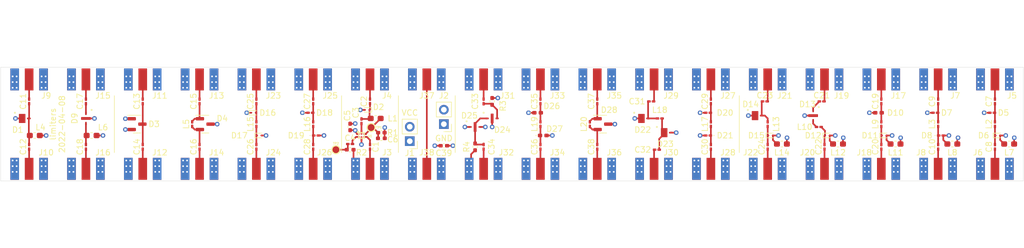
<source format=kicad_pcb>
(kicad_pcb (version 20221018) (generator pcbnew)
  (layers (0 "F.Cu" signal) (1 "In1.Cu" signal) (2 "In2.Cu" signal) (31 "B.Cu" signal) (34 "B.Paste" user) (35 "F.Paste" user) (36 "B.SilkS" user "B.Silkscreen") (37 "F.SilkS" user "F.Silkscreen") (38 "B.Mask" user) (39 "F.Mask" user) (44 "Edge.Cuts" user))
  (net 0 "")
  (net 1 "Net-(C1-Pad2)")
  (net 2 "Net-(C1-Pad1)")
  (net 3 "Net-(C2-Pad2)")
  (net 4 "Net-(C2-Pad1)")
  (net 5 "Net-(C3-Pad1)")
  (net 6 "Net-(C4-Pad2)")
  (net 7 "Net-(C4-Pad1)")
  (net 8 "VCC")
  (net 9 "GND")
  (net 10 "Net-(C6-Pad1)")
  (net 11 "Net-(C7-Pad2)")
  (net 12 "Net-(C7-Pad1)")
  (net 13 "Net-(C8-Pad2)")
  (net 14 "Net-(C8-Pad1)")
  (net 15 "Net-(C9-Pad2)")
  (net 16 "Net-(C9-Pad1)")
  (net 17 "Net-(C10-Pad2)")
  (net 18 "Net-(C10-Pad1)")
  (net 19 "Net-(C11-Pad2)")
  (net 20 "Net-(C11-Pad1)")
  (net 21 "Net-(C12-Pad1)")
  (net 22 "Net-(C13-Pad2)")
  (net 23 "Net-(C13-Pad1)")
  (net 24 "Net-(C14-Pad1)")
  (net 25 "Net-(C15-Pad2)")
  (net 26 "Net-(C15-Pad1)")
  (net 27 "Net-(C16-Pad2)")
  (net 28 "Net-(C16-Pad1)")
  (net 29 "Net-(C17-Pad2)")
  (net 30 "Net-(C17-Pad1)")
  (net 31 "Net-(C18-Pad2)")
  (net 32 "Net-(C18-Pad1)")
  (net 33 "Net-(C19-Pad2)")
  (net 34 "Net-(C19-Pad1)")
  (net 35 "Net-(C20-Pad2)")
  (net 36 "Net-(C20-Pad1)")
  (net 37 "Net-(C21-Pad2)")
  (net 38 "Net-(C21-Pad1)")
  (net 39 "Net-(C22-Pad2)")
  (net 40 "Net-(C22-Pad1)")
  (net 41 "Net-(C23-Pad2)")
  (net 42 "Net-(C23-Pad1)")
  (net 43 "Net-(C24-Pad2)")
  (net 44 "Net-(C24-Pad1)")
  (net 45 "Net-(C25-Pad2)")
  (net 46 "Net-(C25-Pad1)")
  (net 47 "Net-(C26-Pad2)")
  (net 48 "Net-(C26-Pad1)")
  (net 49 "Net-(C27-Pad2)")
  (net 50 "Net-(C27-Pad1)")
  (net 51 "Net-(C28-Pad2)")
  (net 52 "Net-(C28-Pad1)")
  (net 53 "Net-(C29-Pad2)")
  (net 54 "Net-(C29-Pad1)")
  (net 55 "Net-(C30-Pad2)")
  (net 56 "Net-(C30-Pad1)")
  (net 57 "Net-(C31-Pad2)")
  (net 58 "Net-(C31-Pad1)")
  (net 59 "Net-(C32-Pad2)")
  (net 60 "Net-(C32-Pad1)")
  (net 61 "Net-(C33-Pad2)")
  (net 62 "Net-(C33-Pad1)")
  (net 63 "Net-(C34-Pad2)")
  (net 64 "Net-(C34-Pad1)")
  (net 65 "Net-(C35-Pad2)")
  (net 66 "Net-(C35-Pad1)")
  (net 67 "Net-(C36-Pad2)")
  (net 68 "Net-(C36-Pad1)")
  (net 69 "Net-(C37-Pad2)")
  (net 70 "Net-(C37-Pad1)")
  (net 71 "Net-(C38-Pad2)")
  (net 72 "Net-(C38-Pad1)")
  (net 73 "Net-(D13-Pad3)")
  (net 74 "Net-(J37-Pad1)")
  (footprint "Capacitor_SMD:C_0201_0603Metric_Pad0.64x0.40mm_HandSolder" (layer "F.Cu") (at 108.5 109.5 90)
    (fp_text reference "C3")
    (fp_text value "220 nF")
  )
  (footprint "Capacitor_SMD:C_0201_0603Metric_Pad0.64x0.40mm_HandSolder" (layer "F.Cu") (at 106.5 113.5)
    (fp_text reference "C4")
    (fp_text value "220 nF")
  )
  (footprint "Capacitor_SMD:C_0402_1005Metric_Pad0.74x0.62mm_HandSolder" (layer "F.Cu") (at 106.5 110.5 -90)
    (fp_text reference "C5")
    (fp_text value "10 nF")
  )
  (footprint "Capacitor_SMD:C_0402_1005Metric_Pad0.74x0.62mm_HandSolder" (layer "F.Cu") (at 112 111.5)
    (fp_text reference "C6")
    (fp_text value "C")
  )
  (footprint "Capacitor_SMD:C_0201_0603Metric_Pad0.64x0.40mm_HandSolder" (layer "F.Cu") (at 220 106 90)
    (fp_text reference "C7")
    (fp_text value "220 nF")
  )
  (footprint "Capacitor_SMD:C_0201_0603Metric_Pad0.64x0.40mm_HandSolder" (layer "F.Cu") (at 220 114 90)
    (fp_text reference "C8")
    (fp_text value "220 nF")
  )
  (footprint "Capacitor_SMD:C_0201_0603Metric_Pad0.64x0.40mm_HandSolder" (layer "F.Cu") (at 210 106 90)
    (fp_text reference "C9")
    (fp_text value "220 nF")
  )
  (footprint "Capacitor_SMD:C_0201_0603Metric_Pad0.64x0.40mm_HandSolder" (layer "F.Cu") (at 210 114 90)
    (fp_text reference "C10")
    (fp_text value "220 nF")
  )
  (footprint "Capacitor_SMD:C_0201_0603Metric_Pad0.64x0.40mm_HandSolder" (layer "F.Cu") (at 50 114 90)
    (fp_text reference "C12")
    (fp_text value "220 nF")
  )
  (footprint "Capacitor_SMD:C_0201_0603Metric_Pad0.64x0.40mm_HandSolder" (layer "F.Cu") (at 70 106 90)
    (fp_text reference "C13")
    (fp_text value "220 nF")
  )
  (footprint "Capacitor_SMD:C_0201_0603Metric_Pad0.64x0.40mm_HandSolder" (layer "F.Cu") (at 70 114 90)
    (fp_text reference "C14")
    (fp_text value "220 nF")
  )
  (footprint "Capacitor_SMD:C_0201_0603Metric_Pad0.64x0.40mm_HandSolder" (layer "F.Cu") (at 80 106 90)
    (fp_text reference "C15")
    (fp_text value "220 nF")
  )
  (footprint "Capacitor_SMD:C_0201_0603Metric_Pad0.64x0.40mm_HandSolder" (layer "F.Cu") (at 80 114 90)
    (fp_text reference "C16")
    (fp_text value "220 nF")
  )
  (footprint "Capacitor_SMD:C_0201_0603Metric_Pad0.64x0.40mm_HandSolder" (layer "F.Cu") (at 60 106 90)
    (fp_text reference "C17")
    (fp_text value "220 nF")
  )
  (footprint "Capacitor_SMD:C_0201_0603Metric_Pad0.64x0.40mm_HandSolder" (layer "F.Cu") (at 60 114 90)
    (fp_text reference "C18")
    (fp_text value "220 nF")
  )
  (footprint "Capacitor_SMD:C_0201_0603Metric_Pad0.64x0.40mm_HandSolder" (layer "F.Cu") (at 200 106 90)
    (fp_text reference "C19")
    (fp_text value "220 nF")
  )
  (footprint "Capacitor_SMD:C_0201_0603Metric_Pad0.64x0.40mm_HandSolder" (layer "F.Cu") (at 200 114 90)
    (fp_text reference "C20")
    (fp_text value "220 nF")
  )
  (footprint "Capacitor_SMD:C_0201_0603Metric_Pad0.64x0.40mm_HandSolder" (layer "F.Cu") (at 189.5 106)
    (fp_text reference "C21")
    (fp_text value "220 nF")
  )
  (footprint "Capacitor_SMD:C_0201_0603Metric_Pad0.64x0.40mm_HandSolder" (layer "F.Cu") (at 190 114 90)
    (fp_text reference "C22")
    (fp_text value "220 nF")
  )
  (footprint "Capacitor_SMD:C_0201_0603Metric_Pad0.64x0.40mm_HandSolder" (layer "F.Cu") (at 179.5 106)
    (fp_text reference "C23")
    (fp_text value "220 nF")
  )
  (footprint "Capacitor_SMD:C_0201_0603Metric_Pad0.64x0.40mm_HandSolder" (layer "F.Cu") (at 180 114 90)
    (fp_text reference "C24")
    (fp_text value "220 nF")
  )
  (footprint "Capacitor_SMD:C_0201_0603Metric_Pad0.64x0.40mm_HandSolder" (layer "F.Cu") (at 90 106 90)
    (fp_text reference "C25")
    (fp_text value "220 nF")
  )
  (footprint "Capacitor_SMD:C_0201_0603Metric_Pad0.64x0.40mm_HandSolder" (layer "F.Cu") (at 90 114 90)
    (fp_text reference "C26")
    (fp_text value "220 nF")
  )
  (footprint "Capacitor_SMD:C_0201_0603Metric_Pad0.64x0.40mm_HandSolder" (layer "F.Cu") (at 100 106 90)
    (fp_text reference "C27")
    (fp_text value "220 nF")
  )
  (footprint "Capacitor_SMD:C_0201_0603Metric_Pad0.64x0.40mm_HandSolder" (layer "F.Cu") (at 100 114 90)
    (fp_text reference "C28")
    (fp_text value "220 nF")
  )
  (footprint "Capacitor_SMD:C_0201_0603Metric_Pad0.64x0.40mm_HandSolder" (layer "F.Cu") (at 170 106 90)
    (fp_text reference "C29")
    (fp_text value "220 nF")
  )
  (footprint "Capacitor_SMD:C_0201_0603Metric_Pad0.64x0.40mm_HandSolder" (layer "F.Cu") (at 170 114 90)
    (fp_text reference "C30")
    (fp_text value "220 nF")
  )
  (footprint "Capacitor_SMD:C_0201_0603Metric_Pad0.64x0.40mm_HandSolder" (layer "F.Cu") (at 160.5 114.5)
    (fp_text reference "C32")
    (fp_text value "220 nF")
  )
  (footprint "Capacitor_SMD:C_0201_0603Metric_Pad0.64x0.40mm_HandSolder" (layer "F.Cu") (at 130 106 90)
    (fp_text reference "C33")
    (fp_text value "220 nF")
  )
  (footprint "Capacitor_SMD:C_0201_0603Metric_Pad0.64x0.40mm_HandSolder" (layer "F.Cu") (at 140 106 90)
    (fp_text reference "C35")
    (fp_text value "220 nF")
  )
  (footprint "Capacitor_SMD:C_0201_0603Metric_Pad0.64x0.40mm_HandSolder" (layer "F.Cu") (at 140 114 90)
    (fp_text reference "C36")
    (fp_text value "220 nF")
  )
  (footprint "Capacitor_SMD:C_0201_0603Metric_Pad0.64x0.40mm_HandSolder" (layer "F.Cu") (at 150 106 90)
    (fp_text reference "C37")
    (fp_text value "220 nF")
  )
  (footprint "Capacitor_SMD:C_0201_0603Metric_Pad0.64x0.40mm_HandSolder" (layer "F.Cu") (at 150 114 90)
    (fp_text reference "C38")
    (fp_text value "220 nF")
  )
  (footprint "limiters:SMP1345-087LF" (layer "F.Cu") (at 49 109)
    (fp_text reference "D1")
    (fp_text value "D")
  )
  (footprint "Diode_SMD:D_SOD-923" (layer "F.Cu") (at 109.5 107.5 180)
    (fp_text reference "D2")
    (fp_text value "D_Schottky")
  )
  (footprint "Package_TO_SOT_SMD:SOT-23" (layer "F.Cu") (at 69 110)
    (fp_text reference "D3")
    (fp_text value "D_Schottky_Dual_Series_AKC")
  )
  (footprint "Diode_SMD:D_0201_0603Metric_Pad0.64x0.40mm_HandSolder" (layer "F.Cu") (at 219.5 108)
    (fp_text reference "D5")
    (fp_text value "D")
  )
  (footprint "Diode_SMD:D_SOD-923" (layer "F.Cu") (at 220.5 112)
    (fp_text reference "D6")
    (fp_text value "D_Schottky")
  )
  (footprint "Diode_SMD:D_0201_0603Metric_Pad0.64x0.40mm_HandSolder" (layer "F.Cu") (at 209.5 108)
    (fp_text reference "D7")
    (fp_text value "D")
  )
  (footprint "limiters:SMP1304-085LF" (layer "F.Cu") (at 60 109 -90)
    (fp_text reference "D9")
    (fp_text value "D_AKA")
  )
  (footprint "Diode_SMD:D_0402_1005Metric_Pad0.77x0.64mm_HandSolder" (layer "F.Cu") (at 199.5 108)
    (fp_text reference "D10")
    (fp_text value "D")
  )
  (footprint "Diode_SMD:D_SOD-923" (layer "F.Cu") (at 200.5 112)
    (fp_text reference "D11")
    (fp_text value "D_Schottky")
  )
  (footprint "Diode_SMD:D_SOD-923" (layer "F.Cu") (at 190.5 112)
    (fp_text reference "D12")
    (fp_text value "D_Schottky")
  )
  (footprint "limiters:SMP1345-087LF" (layer "F.Cu") (at 178 108.5)
    (fp_text reference "D14")
    (fp_text value "D")
  )
  (footprint "Diode_SMD:D_SOD-923" (layer "F.Cu") (at 180.5 112)
    (fp_text reference "D15")
    (fp_text value "D_Schottky")
  )
  (footprint "Diode_SMD:D_SOD-923" (layer "F.Cu") (at 89.5 108)
    (fp_text reference "D16")
    (fp_text value "D_Schottky")
  )
  (footprint "Diode_SMD:D_0201_0603Metric_Pad0.64x0.40mm_HandSolder" (layer "F.Cu") (at 100.5 112)
    (fp_text reference "D19")
    (fp_text value "D_Schottky")
  )
  (footprint "limiters:SMP1345-087LF" (layer "F.Cu") (at 162 111.5)
    (fp_text reference "D23")
    (fp_text value "D")
  )
  (footprint "Diode_SMD:D_0402_1005Metric_Pad0.77x0.64mm_HandSolder" (layer "F.Cu") (at 139.5 108)
    (fp_text reference "D26")
    (fp_text value "D")
  )
  (footprint "Diode_SMD:D_0402_1005Metric_Pad0.77x0.64mm_HandSolder" (layer "F.Cu") (at 140.5 112)
    (fp_text reference "D27")
    (fp_text value "D")
  )
  (footprint "Package_TO_SOT_SMD:SOT-23" (layer "F.Cu") (at 151 110)
    (fp_text reference "D28")
    (fp_text value "D_Dual_Series_AKC")
  )
  (footprint "limiters:SMA-EDGE" (layer "F.Cu") (at 110 120 90)
    (fp_text reference "J3")
    (fp_text value "Conn_Coaxial")
  )
  (footprint "limiters:SMA-EDGE" (layer "F.Cu") (at 220 100 -90)
    (fp_text reference "J5")
    (fp_text value "Conn_Coaxial")
  )
  (footprint "limiters:SMA-EDGE" (layer "F.Cu") (at 220 120 90)
    (fp_text reference "J6")
    (fp_text value "Conn_Coaxial")
  )
  (footprint "limiters:SMA-EDGE" (layer "F.Cu") (at 210 100 -90)
    (fp_text reference "J7")
    (fp_text value "Conn_Coaxial")
  )
  (footprint "limiters:SMA-EDGE" (layer "F.Cu") (at 210 120 90)
    (fp_text reference "J8")
    (fp_text value "Conn_Coaxial")
  )
  (footprint "limiters:SMA-EDGE" (layer "F.Cu") (at 50 100 -90)
    (fp_text reference "J9")
    (fp_text value "Conn_Coaxial")
  )
  (footprint "limiters:SMA-EDGE" (layer "F.Cu") (at 50 120 90)
    (fp_text reference "J10")
    (fp_text value "Conn_Coaxial")
  )
  (footprint "limiters:SMA-EDGE" (layer "F.Cu") (at 70 100 -90)
    (fp_text reference "J11")
    (fp_text value "Conn_Coaxial")
  )
  (footprint "limiters:SMA-EDGE" (layer "F.Cu") (at 70 120 90)
    (fp_text reference "J12")
    (fp_text value "Conn_Coaxial")
  )
  (footprint "limiters:SMA-EDGE" (layer "F.Cu") (at 80 100 -90)
    (fp_text reference "J13")
    (fp_text value "Conn_Coaxial")
  )
  (footprint "limiters:SMA-EDGE" (layer "F.Cu") (at 80 120 90)
    (fp_text reference "J14")
    (fp_text value "Conn_Coaxial")
  )
  (footprint "limiters:SMA-EDGE" (layer "F.Cu") (at 60 100 -90)
    (fp_text reference "J15")
    (fp_text value "Conn_Coaxial")
  )
  (footprint "limiters:SMA-EDGE" (layer "F.Cu") (at 60 120 90)
    (fp_text reference "J16")
    (fp_text value "Conn_Coaxial")
  )
  (footprint "limiters:SMA-EDGE" (layer "F.Cu") (at 200 100 -90)
    (fp_text reference "J17")
    (fp_text value "Conn_Coaxial")
  )
  (footprint "limiters:SMA-EDGE" (layer "F.Cu") (at 200 120 90)
    (fp_text reference "J18")
    (fp_text value "Conn_Coaxial")
  )
  (footprint "limiters:SMA-EDGE" (layer "F.Cu") (at 190 100 -90)
    (fp_text reference "J19")
    (fp_text value "Conn_Coaxial")
  )
  (footprint "limiters:SMA-EDGE" (layer "F.Cu") (at 190 120 90)
    (fp_text reference "J20")
    (fp_text value "Conn_Coaxial")
  )
  (footprint "limiters:SMA-EDGE" (layer "F.Cu") (at 180 100 -90)
    (fp_text reference "J21")
    (fp_text value "Conn_Coaxial")
  )
  (footprint "limiters:SMA-EDGE" (layer "F.Cu") (at 180 120 90)
    (fp_text reference "J22")
    (fp_text value "Conn_Coaxial")
  )
  (footprint "limiters:SMA-EDGE" (layer "F.Cu") (at 90 100 -90)
    (fp_text reference "J23")
    (fp_text value "Conn_Coaxial")
  )
  (footprint "limiters:SMA-EDGE" (layer "F.Cu") (at 90 120 90)
    (fp_text reference "J24")
    (fp_text value "Conn_Coaxial")
  )
  (footprint "limiters:SMA-EDGE" (layer "F.Cu") (at 100 100 -90)
    (fp_text reference "J25")
    (fp_text value "Conn_Coaxial")
  )
  (footprint "limiters:SMA-EDGE" (layer "F.Cu") (at 100 120 90)
    (fp_text reference "J26")
    (fp_text value "Conn_Coaxial")
  )
  (footprint "limiters:SMA-EDGE" (layer "F.Cu") (at 170 100 -90)
    (fp_text reference "J27")
    (fp_text value "Conn_Coaxial")
  )
  (footprint "limiters:SMA-EDGE" (layer "F.Cu") (at 170 120 90)
    (fp_text reference "J28")
    (fp_text value "Conn_Coaxial")
  )
  (footprint "limiters:SMA-EDGE" (layer "F.Cu") (at 160 100 -90)
    (fp_text reference "J29")
    (fp_text value "Conn_Coaxial")
  )
  (footprint "limiters:SMA-EDGE" (layer "F.Cu") (at 160 120 90)
    (fp_text reference "J30")
    (fp_text value "Conn_Coaxial")
  )
  (footprint "limiters:SMA-EDGE" (layer "F.Cu") (at 130 100 -90)
    (fp_text reference "J31")
    (fp_text value "Conn_Coaxial")
  )
  (footprint "limiters:SMA-EDGE" (layer "F.Cu") (at 130 120 90)
    (fp_text reference "J32")
    (fp_text value "Conn_Coaxial")
  )
  (footprint "limiters:SMA-EDGE" (layer "F.Cu") (at 140 120 90)
    (fp_text reference "J34")
    (fp_text value "Conn_Coaxial")
  )
  (footprint "limiters:SMA-EDGE" (layer "F.Cu") (at 150 100 -90)
    (fp_text reference "J35")
    (fp_text value "Conn_Coaxial")
  )
  (footprint "limiters:SMA-EDGE" (layer "F.Cu") (at 150 120 90)
    (fp_text reference "J36")
    (fp_text value "Conn_Coaxial")
  )
  (footprint "limiters:SMA-EDGE" (layer "F.Cu") (at 120 100 -90)
    (fp_text reference "J37")
    (fp_text value "Conn_Coaxial")
  )
  (footprint "Inductor_SMD:L_0201_0603Metric_Pad0.64x0.40mm_HandSolder" (layer "F.Cu") (at 220 110 90)
    (fp_text reference "L2")
    (fp_text value "0.4 nH")
  )
  (footprint "Inductor_SMD:L_0201_0603Metric_Pad0.64x0.40mm_HandSolder" (layer "F.Cu") (at 210 110 90)
    (fp_text reference "L3")
    (fp_text value "1.0 nH")
  )
  (footprint "Inductor_SMD:L_0603_1608Metric_Pad1.05x0.95mm_HandSolder" (layer "F.Cu") (at 51 112)
    (fp_text reference "L4")
    (fp_text value "L")
  )
  (footprint "Inductor_SMD:L_0603_1608Metric_Pad1.05x0.95mm_HandSolder" (layer "F.Cu") (at 222.5 113.5)
    (fp_text reference "L7")
    (fp_text value "L")
  )
  (footprint "Inductor_SMD:L_0603_1608Metric_Pad1.05x0.95mm_HandSolder" (layer "F.Cu") (at 212.5 113.5)
    (fp_text reference "L8")
    (fp_text value "L")
  )
  (footprint "Inductor_SMD:L_0201_0603Metric_Pad0.64x0.40mm_HandSolder" (layer "F.Cu") (at 200 110 90)
    (fp_text reference "L9")
    (fp_text value "0.4 nH")
  )
  (footprint "Inductor_SMD:L_0603_1608Metric_Pad1.05x0.95mm_HandSolder" (layer "F.Cu") (at 202.5 113.5)
    (fp_text reference "L11")
    (fp_text value "L")
  )
  (footprint "Inductor_SMD:L_0603_1608Metric_Pad1.05x0.95mm_HandSolder" (layer "F.Cu") (at 192.375 113.5)
    (fp_text reference "L12")
    (fp_text value "L")
  )
  (footprint "Inductor_SMD:L_0201_0603Metric_Pad0.64x0.40mm_HandSolder" (layer "F.Cu") (at 180 110 90)
    (fp_text reference "L13")
    (fp_text value "0.4 nH")
  )
  (footprint "Inductor_SMD:L_0603_1608Metric_Pad1.05x0.95mm_HandSolder" (layer "F.Cu") (at 182.5 113.5)
    (fp_text reference "L14")
    (fp_text value "L")
  )
  (footprint "Inductor_SMD:L_0201_0603Metric_Pad0.64x0.40mm_HandSolder" (layer "F.Cu") (at 140 110 90)
    (fp_text reference "L19")
    (fp_text value "1.4 nH")
  )
  (footprint "Resistor_SMD:R_0402_1005Metric_Pad0.72x0.64mm_HandSolder" (layer "F.Cu") (at 106.5 114.5)
    (fp_text reference "R2")
    (fp_text value "50")
  )
  (footprint "Resistor_SMD:R_0402_1005Metric_Pad0.72x0.64mm_HandSolder" (layer "F.Cu") (at 131.5 106 -90)
    (fp_text reference "R3")
    (fp_text value "10k")
  )
  (footprint "gsg-modules:TESTPOINT-50MIL" (layer "F.Cu") (at 110.2 110.6)
    (fp_text reference "TP1")
    (fp_text value "TestPoint" hide)
  )
  (footprint "gsg-modules:TESTPOINT-50MIL" (layer "F.Cu") (at 104 114.5)
    (fp_text reference "TP2")
    (fp_text value "TestPoint" hide)
  )
  (footprint "Diode_SMD:D_0201_0603Metric_Pad0.64x0.40mm_HandSolder" (layer "F.Cu") (at 169.5 112 180)
    (fp_text reference "D21")
    (fp_text value "D")
  )
  (footprint "Capacitor_SMD:C_0201_0603Metric_Pad0.64x0.40mm_HandSolder" (layer "F.Cu") (at 50 106 90)
    (fp_text reference "C11")
    (fp_text value "220 nF")
  )
  (footprint "Inductor_SMD:L_0603_1608Metric_Pad1.05x0.95mm_HandSolder" (layer "F.Cu") (at 61 112)
    (fp_text reference "L6")
    (fp_text value "L")
  )
  (footprint "Package_TO_SOT_SMD:SOT-23" (layer "F.Cu") (at 81 110)
    (fp_text reference "D4")
    (fp_text value "D_Schottky_Dual_Series_AKC")
  )
  (footprint "Inductor_SMD:L_0201_0603Metric_Pad0.64x0.40mm_HandSolder" (layer "F.Cu") (at 90 110 90)
    (fp_text reference "L15")
    (fp_text value "1.4 nH")
  )
  (footprint "Diode_SMD:D_SOD-923" (layer "F.Cu") (at 90.5 112)
    (fp_text reference "D17")
    (fp_text value "D_Schottky")
  )
  (footprint "Diode_SMD:D_0201_0603Metric_Pad0.64x0.40mm_HandSolder" (layer "F.Cu") (at 99.5 108)
    (fp_text reference "D18")
    (fp_text value "D_Schottky")
  )
  (footprint "limiters:SMA-EDGE" (layer "F.Cu") (at 110 100 -90)
    (fp_text reference "J4")
    (fp_text value "Conn_Coaxial")
  )
  (footprint "Capacitor_SMD:C_0201_0603Metric_Pad0.64x0.40mm_HandSolder" (layer "F.Cu") (at 110 106 90)
    (fp_text reference "C2")
    (fp_text value "220 nF")
  )
  (footprint "Resistor_SMD:R_0402_1005Metric_Pad0.72x0.64mm_HandSolder" (layer "F.Cu") (at 112 112.5)
    (fp_text reference "R1")
    (fp_text value "10k")
  )
  (footprint "gsg-modules:SKY13350-385LF" (layer "F.Cu") (at 108.5 112)
    (fp_text reference "U1")
    (fp_text value "SKY13453" hide)
  )
  (footprint "Inductor_SMD:L_0603_1608Metric_Pad1.05x0.95mm_HandSolder" (layer "F.Cu") (at 111 109 180)
    (fp_text reference "L1")
    (fp_text value "L")
  )
  (footprint "Capacitor_SMD:C_0201_0603Metric_Pad0.64x0.40mm_HandSolder" (layer "F.Cu") (at 110 114 90)
    (fp_text reference "C1")
    (fp_text value "220 nF")
  )
  (footprint "limiters:SMA-EDGE" (layer "F.Cu") (at 120 120 90)
    (fp_text reference "J38")
    (fp_text value "Conn_Coaxial")
  )
  (footprint "Inductor_SMD:L_0201_0603Metric_Pad0.64x0.40mm_HandSolder" (layer "F.Cu") (at 78.7 110 90)
    (fp_text reference "L5")
    (fp_text value "1.4 nH")
  )
  (footprint "Inductor_SMD:L_0201_0603Metric_Pad0.64x0.40mm_HandSolder" (layer "F.Cu") (at 148.7 110 90)
    (fp_text reference "L20")
    (fp_text value "1.4 nH")
  )
  (footprint "limiters:SMA-EDGE" (layer "F.Cu") (at 140 100 -90)
    (fp_text reference "J33")
    (fp_text value "Conn_Coaxial")
  )
  (footprint "limiters:SMP1304-085LF" (layer "F.Cu") (at 128.5 110.5)
    (fp_text reference "D25")
    (fp_text value "D_AKA")
  )
  (footprint "limiters:SMP1304-085LF" (layer "F.Cu") (at 131.5 109)
    (fp_text reference "D24")
    (fp_text value "D_AKA")
  )
  (footprint "limiters:SMP1345-087LF" (layer "F.Cu") (at 158 109)
    (fp_text reference "D22")
    (fp_text value "D")
  )
  (footprint "Inductor_SMD:L_0201_0603Metric_Pad0.64x0.40mm_HandSolder" (layer "F.Cu") (at 100 110 90)
    (fp_text reference "L16")
    (fp_text value "1.0 nH")
  )
  (footprint "Inductor_SMD:L_0201_0603Metric_Pad0.64x0.40mm_HandSolder" (layer "F.Cu") (at 161 109 180)
    (fp_text reference "L18")
    (fp_text value "0.8 nH")
  )
  (footprint "Capacitor_SMD:C_0201_0603Metric_Pad0.64x0.40mm_HandSolder" (layer "F.Cu") (at 159.5 106)
    (fp_text reference "C31")
    (fp_text value "220 nF")
  )
  (footprint "Capacitor_SMD:C_0201_0603Metric_Pad0.64x0.40mm_HandSolder" (layer "F.Cu") (at 130 114 90)
    (fp_text reference "C34")
    (fp_text value "220 nF")
  )
  (footprint "Resistor_SMD:R_0402_1005Metric_Pad0.72x0.64mm_HandSolder" (layer "F.Cu") (at 128.5 114 -90)
    (fp_text reference "R4")
    (fp_text value "10k")
  )
  (footprint "Inductor_SMD:L_0201_0603Metric_Pad0.64x0.40mm_HandSolder" (layer "F.Cu") (at 170 110 90)
    (fp_text reference "L17")
    (fp_text value "1.4 nH")
  )
  (footprint "Diode_SMD:D_0201_0603Metric_Pad0.64x0.40mm_HandSolder" (layer "F.Cu") (at 169.5 108)
    (fp_text reference "D20")
    (fp_text value "D")
  )
  (footprint "Inductor_SMD:L_0201_0603Metric_Pad0.64x0.40mm_HandSolder" (layer "F.Cu") (at 189 110.5 180)
    (fp_text reference "L10")
    (fp_text value "0.6 nH")
  )
  (footprint "limiters:SMP1304-085LF" (layer "F.Cu") (at 188 108.5 -90)
    (fp_text reference "D13")
    (fp_text value "D_AKA")
  )
  (footprint "Diode_SMD:D_0201_0603Metric_Pad0.64x0.40mm_HandSolder" (layer "F.Cu") (at 210.5 112)
    (fp_text reference "D8")
    (fp_text value "D_Schottky")
  )
  (footprint "Connector_PinHeader_2.54mm:PinHeader_1x02_P2.54mm_Vertical" (layer "F.Cu") (at 117 113 180)
    (fp_text reference "J1")
    (fp_text value "Conn_01x02")
  )
  (footprint "Connector_PinHeader_2.54mm:PinHeader_1x02_P2.54mm_Vertical" (layer "F.Cu") (at 123 110 180)
    (fp_text reference "J2")
    (fp_text value "Conn_01x02")
  )
  (footprint "Capacitor_SMD:C_0402_1005Metric_Pad0.74x0.62mm_HandSolder" (layer "F.Cu") (at 123 113.8)
    (fp_text reference "C39")
    (fp_text value "10 nF")
  )
  (gr_line (start 175 105) (end 175 115) (stroke (width 0.12)) (layer "F.SilkS"))
  (gr_line (start 125 105) (end 125 115) (stroke (width 0.12)) (layer "F.SilkS"))
  (gr_line (start 105 105) (end 105 115) (stroke (width 0.12)) (layer "F.SilkS"))
  (gr_line (start 65 105) (end 65 115) (stroke (width 0.12)) (layer "F.SilkS"))
  (gr_line (start 115 105) (end 115 115) (stroke (width 0.12)) (layer "F.SilkS"))
  (gr_line (start 225 100) (end 45 100) (stroke (width 0.05)) (layer "Edge.Cuts"))
  (gr_line (start 45 120) (end 225 120) (stroke (width 0.05)) (layer "Edge.Cuts"))
  (gr_line (start 225 120) (end 225 100) (stroke (width 0.05)) (layer "Edge.Cuts"))
  (gr_line (start 45 100) (end 45 120) (stroke (width 0.05)) (layer "Edge.Cuts"))
  (gr_text "limiters\n2022-04-08" (at 55 110 90) (layer "F.SilkS") (effects (font (size 1 1))))
  (gr_text "GND" (at 123 112.5) (layer "F.SilkS") (effects (font (size 1 1))))
  (gr_text "VCC" (at 117 108) (layer "F.SilkS") (effects (font (size 1 1))))
  (segment (start 110 113.5925) (end 110 112.8) (width 0.29337) (layer "F.Cu") (net 1))
  (segment (start 110 112.8) (end 109.44892 112.24892) (width 0.29337) (layer "F.Cu") (net 1))
  (segment (start 109.44892 112.24892) (end 109.1435 112.24892) (width 0.29337) (layer "F.Cu") (net 1))
  (segment (start 110 114.4075) (end 110 117.968) (width 0.29337) (layer "F.Cu") (net 2))
  (segment (start 110 105.5925) (end 110 102.032) (width 0.29337) (layer "F.Cu") (net 3))
  (segment (start 110 107.42) (end 109.92 107.5) (width 0.29337) (layer "F.Cu") (net 4))
  (segment (start 110.0325 109.0925) (end 110.125 109) (width 0.29337) (layer "F.Cu") (net 4))
  (segment (start 110 106.4075) (end 110 107.42) (width 0.29337) (layer "F.Cu") (net 4))
  (segment (start 109.92 107.5) (end 109.92 108.795) (width 0.29337) (layer "F.Cu") (net 4))
  (segment (start 108.5 109.0925) (end 110.0325 109.0925) (width 0.29337) (layer "F.Cu") (net 4))
  (segment (start 109.92 108.795) (end 110.125 109) (width 0.29337) (layer "F.Cu") (net 4))
  (segment (start 108.5 109.9075) (end 108.5 111.448) (width 0.29337) (layer "F.Cu") (net 5))
  (segment (start 107.55108 112.24892) (end 107.8565 112.24892) (width 0.29337) (layer "F.Cu") (net 6))
  (segment (start 106.9075 113.5) (end 106.9075 112.8925) (width 0.29337) (layer "F.Cu") (net 6))
  (segment (start 106.9075 112.8925) (end 107.55108 112.24892) (width 0.29337) (layer "F.Cu") (net 6))
  (segment (start 106.0925 113.5) (end 106.0925 114.31) (width 0.29337) (layer "F.Cu") (net 7))
  (segment (start 105.9025 114.5) (end 104 114.5) (width 0.29337) (layer "F.Cu") (net 7))
  (segment (start 106.0925 114.31) (end 105.9025 114.5) (width 0.29337) (layer "F.Cu") (net 7))
  (segment (start 107.8565 111.75108) (end 107.82108 111.75108) (width 0.29337) (layer "F.Cu") (net 8))
  (segment (start 107.3675 111.0675) (end 107.4 111.1) (width 0.29337) (layer "F.Cu") (net 8))
  (segment (start 132.4975 105.4025) (end 132.5 105.4) (width 0.29337) (layer "F.Cu") (net 8))
  (segment (start 123.5675 113.8) (end 124.6 113.8) (width 0.29337) (layer "F.Cu") (net 8))
  (segment (start 106.5 111.0675) (end 107.3675 111.0675) (width 0.29337) (layer "F.Cu") (net 8))
  (segment (start 131.5 105.4025) (end 132.4975 105.4025) (width 0.29337) (layer "F.Cu") (net 8))
  (segment (start 107.4 111.33) (end 107.4 111.1) (width 0.29337) (layer "F.Cu") (net 8))
  (segment (start 107.82108 111.75108) (end 107.4 111.33) (width 0.29337) (layer "F.Cu") (net 8))
  (segment (start 131.5 109) (end 131.5 110.5) (width 0.29337) (layer "F.Cu") (net 8))
  (via (at 107.4 111.1) (size 0.8) (drill 0.4) (layers "F.Cu" "B.Cu") (net 8))
  (via (at 124.6 113.8) (size 0.8) (drill 0.4) (layers "F.Cu" "B.Cu") (net 8))
  (via (at 132.5 105.4) (size 0.8) (drill 0.4) (layers "F.Cu" "B.Cu") (net 8))
  (via (at 131.5 110.5) (size 0.8) (drill 0.4) (layers "F.Cu" "B.Cu") (net 8))
  (segment (start 190.92 112) (end 191.9 112) (width 0.29337) (layer "F.Cu") (net 9))
  (segment (start 107.0975 114.5) (end 107.0975 116.3975) (width 0.29337) (layer "F.Cu") (net 9))
  (segment (start 190.92 112) (end 190.92 112.92) (width 0.29337) (layer "F.Cu") (net 9))
  (segment (start 188 108.5) (end 186.5 108.5) (width 0.29337) (layer "F.Cu") (net 9))
  (segment (start 210.9075 112) (end 211.9 112) (width 0.29337) (layer "F.Cu") (net 9))
  (segment (start 48.775 109) (end 47.6 109) (width 0.29337) (layer "F.Cu") (net 9))
  (segment (start 129.375 110.5) (end 130.3 110.5) (width 0.29337) (layer "F.Cu") (net 9))
  (segment (start 190.92 112.92) (end 191.5 113.5) (width 0.29337) (layer "F.Cu") (net 9))
  (segment (start 157.775 109) (end 156.6 109) (width 0.29337) (layer "F.Cu") (net 9))
  (segment (start 169.0925 112) (end 168.1 112) (width 0.29337) (layer "F.Cu") (net 9))
  (segment (start 89.08 108) (end 88.3 108) (width 0.29337) (layer "F.Cu") (net 9))
  (segment (start 141.0725 112) (end 142.1 112) (width 0.29337) (layer "F.Cu") (net 9))
  (segment (start 220.92 112) (end 221.9 112) (width 0.29337) (layer "F.Cu") (net 9))
  (segment (start 99.0925 108) (end 98.1 108) (width 0.29337) (layer "F.Cu") (net 9))
  (segment (start 112.5675 110.6325) (end 112.6 110.6) (width 0.29337) (layer "F.Cu") (net 9))
  (segment (start 213.375 113.5) (end 213.375 112.525) (width 0.29337) (layer "F.Cu") (net 9))
  (segment (start 68 110.95) (end 66.95 110.95) (width 0.29337) (layer "F.Cu") (net 9))
  (segment (start 193.25 112.45) (end 193.3 112.4) (width 0.29337) (layer "F.Cu") (net 9))
  (segment (start 180.92 112) (end 180.92 112.795) (width 0.29337) (layer "F.Cu") (net 9))
  (segment (start 109.08 107.5) (end 108.3 107.5) (width 0.29337) (layer "F.Cu") (net 9))
  (segment (start 209.0925 108) (end 208.1 108) (width 0.29337) (layer "F.Cu") (net 9))
  (segment (start 112.5675 111.5) (end 112.5675 110.6325) (width 0.29337) (layer "F.Cu") (net 9))
  (segment (start 61.875 112) (end 63 112) (width 0.29337) (layer "F.Cu") (net 9))
  (segment (start 162.95 111.5) (end 163.9 111.5) (width 0.29337) (layer "F.Cu") (net 9))
  (segment (start 200.92 112) (end 200.92 112.795) (width 0.29337) (layer "F.Cu") (net 9))
  (segment (start 108.5 112.552) (end 108.5 113.6) (width 0.29337) (layer "F.Cu") (net 9))
  (segment (start 220.92 112.795) (end 221.625 113.5) (width 0.29337) (layer "F.Cu") (net 9))
  (segment (start 106.5 109.9325) (end 107.3675 109.9325) (width 0.29337) (layer "F.Cu") (net 9))
  (segment (start 138.9275 108) (end 137.9 108) (width 0.29337) (layer "F.Cu") (net 9))
  (segment (start 180.92 112) (end 181.9 112) (width 0.29337) (layer "F.Cu") (net 9))
  (segment (start 210.9075 112) (end 210.9075 112.7825) (width 0.29337) (layer "F.Cu") (net 9))
  (segment (start 68 109.05) (end 66.95 109.05) (width 0.29337) (layer "F.Cu") (net 9))
  (segment (start 223.375 112.425) (end 223.4 112.4) (width 0.29337) (layer "F.Cu") (net 9))
  (segment (start 100.9075 112) (end 101.9 112) (width 0.29337) (layer "F.Cu") (net 9))
  (segment (start 82 110) (end 83.1 110) (width 0.29337) (layer "F.Cu") (net 9))
  (segment (start 107.0975 116.3975) (end 107.1 116.4) (width 0.29337) (layer "F.Cu") (net 9))
  (segment (start 193.25 113.5) (end 193.25 112.45) (width 0.29337) (layer "F.Cu") (net 9))
  (segment (start 169.0925 108) (end 168.1 108) (width 0.29337) (layer "F.Cu") (net 9))
  (segment (start 210.9075 112.7825) (end 211.625 113.5) (width 0.29337) (layer "F.Cu") (net 9))
  (segment (start 198.9275 108) (end 197.9 108) (width 0.29337) (layer "F.Cu") (net 9))
  (segment (start 127.625 110.5) (end 126.7 110.5) (width 0.29337) (layer "F.Cu") (net 9))
  (segment (start 219.0925 108) (end 218.1 108) (width 0.29337) (layer "F.Cu") (net 9))
  (segment (start 183.375 113.5) (end 183.375 112.425) (width 0.29337) (layer "F.Cu") (net 9))
  (segment (start 200.92 112.795) (end 201.625 113.5) (width 0.29337) (layer "F.Cu") (net 9))
  (segment (start 223.375 113.5) (end 223.375 112.425) (width 0.29337) (layer "F.Cu") (net 9))
  (segment (start 122.4325 113.8) (end 121.4 113.8) (width 0.29337) (layer "F.Cu") (net 9))
  (segment (start 213.375 112.525) (end 213.5 112.4) (width 0.29337) (layer "F.Cu") (net 9))
  (segment (start 200.92 112) (end 201.9 112) (width 0.29337) (layer "F.Cu") (net 9))
  (segment (start 112.5675 112.47) (end 112.5975 112.5) (width 0.29337) (layer "F.Cu") (net 9))
  (segment (start 107.3675 109.9325) (end 107.4 109.9) (width 0.29337) (layer "F.Cu") (net 9))
  (segment (start 90.92 112) (end 91.7 112) (width 0.29337) (layer "F.Cu") (net 9))
  (segment (start 128.5 114.5975) (end 127.8 115.2975) (width 0.29337) (layer "F.Cu") (net 9))
  (segment (start 183.375 112.425) (end 183.4 112.4) (width 0.29337) (layer "F.Cu") (net 9))
  (segment (start 177.775 108.5) (end 176.6 108.5) (width 0.29337) (layer "F.Cu") (net 9))
  (segment (start 220.92 112) (end 220.92 112.795) (width 0.29337) (layer "F.Cu") (net 9))
  (segment (start 127.8 115.2975) (end 127.8 116.4) (width 0.29337) (layer "F.Cu") (net 9))
  (segment (start 51.875 112) (end 53 112) (width 0.29337) (layer "F.Cu") (net 9))
  (segment (start 112.5675 111.5) (end 112.5675 112.47) (width 0.29337) (layer "F.Cu") (net 9))
  (segment (start 203.375 113.5) (end 203.375 112.425) (width 0.29337) (layer "F.Cu") (net 9))
  (segment (start 60 109) (end 61.5 109) (width 0.29337) (layer "F.Cu") (net 9))
  (segment (start 203.375 112.425) (end 203.4 112.4) (width 0.29337) (layer "F.Cu") (net 9))
  (segment (start 180.92 112.795) (end 181.625 113.5) (width 0.29337) (layer "F.Cu") (net 9))
  (segment (start 152 110) (end 153.1 110) (width 0.29337) (layer "F.Cu") (net 9))
  (via (at 61.5 109) (size 0.8) (drill 0.4) (layers "F.Cu" "B.Cu") (net 9))
  (via (at 168.1 112) (size 0.8) (drill 0.4) (layers "F.Cu" "B.Cu") (net 9))
  (via (at 53 112) (size 0.8) (drill 0.4) (layers "F.Cu" "B.Cu") (net 9))
  (via (at 107.4 109.9) (size 0.8) (drill 0.4) (layers "F.Cu" "B.Cu") (net 9))
  (via (at 112.6 110.6) (size 0.8) (drill 0.4) (layers "F.Cu" "B.Cu") (net 9))
  (via (at 163.9 111.5) (size 0.8) (drill 0.4) (layers "F.Cu" "B.Cu") (net 9))
  (via (at 63 112) (size 0.8) (drill 0.4) (layers "F.Cu" "B.Cu") (net 9))
  (via (at 83.1 110) (size 0.8) (drill 0.4) (layers "F.Cu" "B.Cu") (net 9))
  (via (at 197.9 108) (size 0.8) (drill 0.4) (layers "F.Cu" "B.Cu") (net 9))
  (via (at 176.6 108.5) (size 0.8) (drill 0.4) (layers "F.Cu" "B.Cu") (net 9))
  (via (at 211.9 112) (size 0.8) (drill 0.4) (layers "F.Cu" "B.Cu") (net 9))
  (via (at 66.95 109.05) (size 0.8) (drill 0.4) (layers "F.Cu" "B.Cu") (net 9))
  (via (at 213.5 112.4) (size 0.8) (drill 0.4) (layers "F.Cu" "B.Cu") (net 9))
  (via (at 108.5 113.6) (size 0.8) (drill 0.4) (layers "F.Cu" "B.Cu") (net 9))
  (via (at 101.9 112) (size 0.8) (drill 0.4) (layers "F.Cu" "B.Cu") (net 9))
  (via (at 47.6 109) (size 0.8) (drill 0.4) (layers "F.Cu" "B.Cu") (net 9))
  (via (at 126.7 110.5) (size 0.8) (drill 0.4) (layers "F.Cu" "B.Cu") (net 9))
  (via (at 98.1 108) (size 0.8) (drill 0.4) (layers "F.Cu" "B.Cu") (net 9))
  (via (at 168.1 108) (size 0.8) (drill 0.4) (layers "F.Cu" "B.Cu") (net 9))
  (via (at 156.6 109) (size 0.8) (drill 0.4) (layers "F.Cu" "B.Cu") (net 9))
  (via (at 121.4 113.8) (size 0.8) (drill 0.4) (layers "F.Cu" "B.Cu") (net 9))
  (via (at 218.1 108) (size 0.8) (drill 0.4) (layers "F.Cu" "B.Cu") (net 9))
  (via (at 108.3 107.5) (size 0.8) (drill 0.4) (layers "F.Cu" "B.Cu") (net 9))
  (via (at 88.3 108) (size 0.8) (drill 0.4) (layers "F.Cu" "B.Cu") (net 9))
  (via (at 181.9 112) (size 0.8) (drill 0.4) (layers "F.Cu" "B.Cu") (net 9))
  (via (at 201.9 112) (size 0.8) (drill 0.4) (layers "F.Cu" "B.Cu") (net 9))
  (via (at 191.9 112) (size 0.8) (drill 0.4) (layers "F.Cu" "B.Cu") (net 9))
  (via (at 130.3 110.5) (size 0.8) (drill 0.4) (layers "F.Cu" "B.Cu") (net 9))
  (via (at 223.4 112.4) (size 0.8) (drill 0.4) (layers "F.Cu" "B.Cu") (net 9))
  (via (at 153.1 110) (size 0.8) (drill 0.4) (layers "F.Cu" "B.Cu") (net 9))
  (via (at 193.3 112.4) (size 0.8) (drill 0.4) (layers "F.Cu" "B.Cu") (net 9))
  (via (at 183.4 112.4) (size 0.8) (drill 0.4) (layers "F.Cu" "B.Cu") (net 9))
  (via (at 221.9 112) (size 0.8) (drill 0.4) (layers "F.Cu" "B.Cu") (net 9))
  (via (at 137.9 108) (size 0.8) (drill 0.4) (layers "F.Cu" "B.Cu") (net 9))
  (via (at 142.1 112) (size 0.8) (drill 0.4) (layers "F.Cu" "B.Cu") (net 9))
  (via (at 91.7 112) (size 0.8) (drill 0.4) (layers "F.Cu" "B.Cu") (net 9))
  (via (at 208.1 108) (size 0.8) (drill 0.4) (layers "F.Cu" "B.Cu") (net 9))
  (via (at 66.95 110.95) (size 0.8) (drill 0.4) (layers "F.Cu" "B.Cu") (net 9))
  (via (at 203.4 112.4) (size 0.8) (drill 0.4) (layers "F.Cu" "B.Cu") (net 9))
  (via (at 186.5 108.5) (size 0.8) (drill 0.4) (layers "F.Cu" "B.Cu") (net 9))
  (segment (start 110.2 110.6) (end 110.275 110.6) (width 0.29337) (layer "F.Cu") (net 10))
  (segment (start 110.2 110.76) (end 109.20892 111.75108) (width 0.29337) (layer "F.Cu") (net 10))
  (segment (start 110.275 110.6) (end 111.875 109) (width 0.29337) (layer "F.Cu") (net 10))
  (segment (start 110.2 110.6) (end 110.2 110.76) (width 0.29337) (layer "F.Cu") (net 10))
  (segment (start 110.2 110.6) (end 110.5325 110.6) (width 0.29337) (layer "F.Cu") (net 10))
  (segment (start 111.4325 112.47) (end 111.4025 112.5) (width 0.29337) (layer "F.Cu") (net 10))
  (segment (start 111.4325 111.5) (end 111.4325 112.47) (width 0.29337) (layer "F.Cu") (net 10))
  (segment (start 110.5325 110.6) (end 111.4325 111.5) (width 0.29337) (layer "F.Cu") (net 10))
  (segment (start 109.20892 111.75108) (end 109.1435 111.75108) (width 0.29337) (layer "F.Cu") (net 10))
  (segment (start 220 105.5925) (end 220 102.032) (width 0.29337) (layer "F.Cu") (net 11))
  (segment (start 220 109.5925) (end 220 108.0925) (width 0.29337) (layer "F.Cu") (net 12))
  (segment (start 220 107.9075) (end 219.9075 108) (width 0.29337) (layer "F.Cu") (net 12))
  (segment (start 220 106.4075) (end 220 107.9075) (width 0.29337) (layer "F.Cu") (net 12))
  (segment (start 220 108.0925) (end 219.9075 108) (width 0.29337) (layer "F.Cu") (net 12))
  (segment (start 220 113.5925) (end 220 112.08) (width 0.29337) (layer "F.Cu") (net 13))
  (segment (start 220 112.08) (end 220.08 112) (width 0.29337) (layer "F.Cu") (net 13))
  (segment (start 220 111.92) (end 220.08 112) (width 0.29337) (layer "F.Cu") (net 13))
  (segment (start 220 110.4075) (end 220 111.92) (width 0.29337) (layer "F.Cu") (net 13))
  (segment (start 220 114.4075) (end 220 117.968) (width 0.29337) (layer "F.Cu") (net 14))
  (segment (start 210 105.5925) (end 210 102.032) (width 0.29337) (layer "F.Cu") (net 15))
  (segment (start 210 108.0925) (end 209.9075 108) (width 0.29337) (layer "F.Cu") (net 16))
  (segment (start 210 107.9075) (end 209.9075 108) (width 0.29337) (layer "F.Cu") (net 16))
  (segment (start 210 106.4075) (end 210 107.9075) (width 0.29337) (layer "F.Cu") (net 16))
  (segment (start 210 109.5925) (end 210 108.0925) (width 0.29337) (layer "F.Cu") (net 16))
  (segment (start 210 113.5925) (end 210 112.0925) (width 0.29337) (layer "F.Cu") (net 17))
  (segment (start 210 110.4075) (end 210 111.9075) (width 0.29337) (layer "F.Cu") (net 17))
  (segment (start 210 111.9075) (end 210.0925 112) (width 0.29337) (layer "F.Cu") (net 17))
  (segment (start 210 112.0925) (end 210.0925 112) (width 0.29337) (layer "F.Cu") (net 17))
  (segment (start 210 114.4075) (end 210 117.968) (width 0.29337) (layer "F.Cu") (net 18))
  (segment (start 50 102.032) (end 50 105.5925) (width 0.29337) (layer "F.Cu") (net 19))
  (segment (start 49.95 111.825) (end 50.125 112) (width 0.29337) (layer "F.Cu") (net 20))
  (segment (start 50 108.95) (end 49.95 109) (width 0.29337) (layer "F.Cu") (net 20))
  (segment (start 50 113.5925) (end 50 112.125) (width 0.29337) (layer "F.Cu") (net 20))
  (segment (start 50 112.125) (end 50.125 112) (width 0.29337) (layer "F.Cu") (net 20))
  (segment (start 50 106.4075) (end 50 108.95) (width 0.29337) (layer "F.Cu") (net 20))
  (segment (start 49.95 109) (end 49.95 111.825) (width 0.29337) (layer "F.Cu") (net 20))
  (segment (start 50 114.4075) (end 50 117.968) (width 0.29337) (layer "F.Cu") (net 21))
  (segment (start 70 105.5925) (end 70 102.032) (width 0.29337) (layer "F.Cu") (net 22))
  (segment (start 70 106.4075) (end 70 110) (width 0.29337) (layer "F.Cu") (net 23))
  (segment (start 70 113.5925) (end 70 110) (width 0.29337) (layer "F.Cu") (net 23))
  (segment (start 70 114.4075) (end 70 117.968) (width 0.29337) (layer "F.Cu") (net 24))
  (segment (start 80 105.5925) (end 80 102.032) (width 0.29337) (layer "F.Cu") (net 25))
  (segment (start 79.15 109.05) (end 78.7 109.5) (width 0.29337) (layer "F.Cu") (net 26))
  (segment (start 78.7 109.5) (end 78.7 109.5925) (width 0.29337) (layer "F.Cu") (net 26))
  (segment (start 80.0625 109.05) (end 79.15 109.05) (width 0.29337) (layer "F.Cu") (net 26))
  (segment (start 80 106.4075) (end 80 109.05) (width 0.29337) (layer "F.Cu") (net 26))
  (segment (start 79.15 110.95) (end 78.7 110.5) (width 0.29337) (layer "F.Cu") (net 27))
  (segment (start 80.0625 110.95) (end 79.15 110.95) (width 0.29337) (layer "F.Cu") (net 27))
  (segment (start 80 113.5925) (end 80 110.95) (width 0.29337) (layer "F.Cu") (net 27))
  (segment (start 78.7 110.5) (end 78.7 110.4075) (width 0.29337) (layer "F.Cu") (net 27))
  (segment (start 80 114.4075) (end 80 117.968) (width 0.29337) (layer "F.Cu") (net 28))
  (segment (start 60 102.032) (end 60 105.5925) (width 0.29337) (layer "F.Cu") (net 29))
  (segment (start 60 106.4075) (end 60 108.125) (width 0.29337) (layer "F.Cu") (net 30))
  (segment (start 60 111.875) (end 60.125 112) (width 0.29337) (layer "F.Cu") (net 31))
  (segment (start 60 113.5925) (end 60 112.125) (width 0.29337) (layer "F.Cu") (net 31))
  (segment (start 60 112.125) (end 60.125 112) (width 0.29337) (layer "F.Cu") (net 31))
  (segment (start 60 109.875) (end 60 111.875) (width 0.29337) (layer "F.Cu") (net 31))
  (segment (start 60 114.4075) (end 60 117.968) (width 0.29337) (layer "F.Cu") (net 32))
  (segment (start 200 105.5925) (end 200 102.032) (width 0.29337) (layer "F.Cu") (net 33))
  (segment (start 200 106.4075) (end 200 107.9275) (width 0.29337) (layer "F.Cu") (net 34))
  (segment (start 200 109.5925) (end 200 108.0725) (width 0.29337) (layer "F.Cu") (net 34))
  (segment (start 200 108.0725) (end 200.0725 108) (width 0.29337) (layer "F.Cu") (net 34))
  (segment (start 200 107.9275) (end 200.0725 108) (width 0.29337) (layer "F.Cu") (net 34))
  (segment (start 200 113.5925) (end 200 112.08) (width 0.29337) (layer "F.Cu") (net 35))
  (segment (start 200 111.92) (end 200.08 112) (width 0.29337) (layer "F.Cu") (net 35))
  (segment (start 200 110.4075) (end 200 111.92) (width 0.29337) (layer "F.Cu") (net 35))
  (segment (start 200 112.08) (end 200.08 112) (width 0.29337) (layer "F.Cu") (net 35))
  (segment (start 200 114.4075) (end 200 117.968) (width 0.29337) (layer "F.Cu") (net 36))
  (segment (start 189.9075 106) (end 190 105.9075) (width 0.29337) (layer "F.Cu") (net 37))
  (segment (start 190 105.9075) (end 190 102.032) (width 0.29337) (layer "F.Cu") (net 37))
  (segment (start 189.0925 106) (end 188 107.0925) (width 0.29337) (layer "F.Cu") (net 38))
  (segment (start 188 107.0925) (end 188 107.625) (width 0.29337) (layer "F.Cu") (net 38))
  (segment (start 190 113.5925) (end 190 112.08) (width 0.29337) (layer "F.Cu") (net 39))
  (segment (start 190.08 111.1725) (end 190.08 112) (width 0.29337) (layer "F.Cu") (net 39))
  (segment (start 190 112.08) (end 190.08 112) (width 0.29337) (layer "F.Cu") (net 39))
  (segment (start 189.4075 110.5) (end 190.08 111.1725) (width 0.29337) (layer "F.Cu") (net 39))
  (segment (start 190 114.4075) (end 190 117.968) (width 0.29337) (layer "F.Cu") (net 40))
  (segment (start 180 102.032) (end 180 105.9075) (width 0.29337) (layer "F.Cu") (net 41))
  (segment (start 180 105.9075) (end 179.9075 106) (width 0.29337) (layer "F.Cu") (net 41))
  (segment (start 178.95 108.5) (end 179.5 108.5) (width 0.29337) (layer "F.Cu") (net 42))
  (segment (start 178.95 108.5) (end 178.95 106.1425) (width 0.29337) (layer "F.Cu") (net 42))
  (segment (start 179.5 108.5) (end 180 109) (width 0.29337) (layer "F.Cu") (net 42))
  (segment (start 178.95 106.1425) (end 179.0925 106) (width 0.29337) (layer "F.Cu") (net 42))
  (segment (start 180 109) (end 180 109.5925) (width 0.29337) (layer "F.Cu") (net 42))
  (segment (start 180 112.08) (end 180.08 112) (width 0.29337) (layer "F.Cu") (net 43))
  (segment (start 180 111.92) (end 180.08 112) (width 0.29337) (layer "F.Cu") (net 43))
  (segment (start 180 110.4075) (end 180 111.92) (width 0.29337) (layer "F.Cu") (net 43))
  (segment (start 180 113.5925) (end 180 112.08) (width 0.29337) (layer "F.Cu") (net 43))
  (segment (start 180 114.4075) (end 180 117.968) (width 0.29337) (layer "F.Cu") (net 44))
  (segment (start 90 105.5925) (end 90 102.032) (width 0.29337) (layer "F.Cu") (net 45))
  (segment (start 90 108.08) (end 89.92 108) (width 0.29337) (layer "F.Cu") (net 46))
  (segment (start 90 109.5925) (end 90 108.08) (width 0.29337) (layer "F.Cu") (net 46))
  (segment (start 90 106.4075) (end 90 107.92) (width 0.29337) (layer "F.Cu") (net 46))
  (segment (start 90 107.92) (end 89.92 108) (width 0.29337) (layer "F.Cu") (net 46))
  (segment (start 90 113.5925) (end 90 112.08) (width 0.29337) (layer "F.Cu") (net 47))
  (segment (start 90 111.92) (end 90.08 112) (width 0.29337) (layer "F.Cu") (net 47))
  (segment (start 90 112.08) (end 90.08 112) (width 0.29337) (layer "F.Cu") (net 47))
  (segment (start 90 110.4075) (end 90 111.92) (width 0.29337) (layer "F.Cu") (net 47))
  (segment (start 90 114.4075) (end 90 117.968) (width 0.29337) (layer "F.Cu") (net 48))
  (segment (start 100 105.5925) (end 100 102.032) (width 0.29337) (layer "F.Cu") (net 49))
  (segment (start 100 107.9075) (end 99.9075 108) (width 0.29337) (layer "F.Cu") (net 50))
  (segment (start 100 109.5925) (end 100 108.0925) (width 0.29337) (layer "F.Cu") (net 50))
  (segment (start 100 108.0925) (end 99.9075 108) (width 0.29337) (layer "F.Cu") (net 50))
  (segment (start 100 106.4075) (end 100 107.9075) (width 0.29337) (layer "F.Cu") (net 50))
  (segment (start 100 113.5925) (end 100 112.0925) (width 0.29337) (layer "F.Cu") (net 51))
  (segment (start 100 111.9075) (end 100.0925 112) (width 0.29337) (layer "F.Cu") (net 51))
  (segment (start 100 112.0925) (end 100.0925 112) (width 0.29337) (layer "F.Cu") (net 51))
  (segment (start 100 110.4075) (end 100 111.9075) (width 0.29337) (layer "F.Cu") (net 51))
  (segment (start 100 114.4075) (end 100 117.968) (width 0.29337) (layer "F.Cu") (net 52))
  (segment (start 170 105.5925) (end 170 102.032) (width 0.29337) (layer "F.Cu") (net 53))
  (segment (start 170 108.0925) (end 169.9075 108) (width 0.29337) (layer "F.Cu") (net 54))
  (segment (start 170 107.9075) (end 169.9075 108) (width 0.29337) (layer "F.Cu") (net 54))
  (segment (start 170 109.5925) (end 170 108.0925) (width 0.29337) (layer "F.Cu") (net 54))
  (segment (start 170 106.4075) (end 170 107.9075) (width 0.29337) (layer "F.Cu") (net 54))
  (segment (start 170 113.5925) (end 170 112.0925) (width 0.29337) (layer "F.Cu") (net 55))
  (segment (start 170 110.4075) (end 170 111.9075) (width 0.29337) (layer "F.Cu") (net 55))
  (segment (start 170 111.9075) (end 169.9075 112) (width 0.29337) (layer "F.Cu") (net 55))
  (segment (start 170 112.0925) (end 169.9075 112) (width 0.29337) (layer "F.Cu") (net 55))
  (segment (start 170 114.4075) (end 170 117.968) (width 0.29337) (layer "F.Cu") (net 56))
  (segment (start 160 102.032) (end 160 105.9075) (width 0.29337) (layer "F.Cu") (net 57))
  (segment (start 160 105.9075) (end 159.9075 106) (width 0.29337) (layer "F.Cu") (net 57))
  (segment (start 158.95 106.1425) (end 159.0925 106) (width 0.29337) (layer "F.Cu") (net 58))
  (segment (start 158.95 109) (end 158.95 106.1425) (width 0.29337) (layer "F.Cu") (net 58))
  (segment (start 158.95 109) (end 160.5925 109) (width 0.29337) (layer "F.Cu") (net 58))
  (segment (start 161.775 111.725) (end 161.775 111.5) (width 0.29337) (layer "F.Cu") (net 59))
  (segment (start 160.9075 112.5925) (end 161.775 111.725) (width 0.29337) (layer "F.Cu") (net 59))
  (segment (start 161.4075 109) (end 161.4075 111.1325) (width 0.29337) (layer "F.Cu") (net 59))
  (segment (start 160.9075 114.5) (end 160.9075 112.5925) (width 0.29337) (layer "F.Cu") (net 59))
  (segment (start 161.4075 111.1325) (end 161.775 111.5) (width 0.29337) (layer "F.Cu") (net 59))
  (segment (start 160.0925 114.5) (end 160 114.5925) (width 0.29337) (layer "F.Cu") (net 60))
  (segment (start 160 114.5925) (end 160 117.968) (width 0.29337) (layer "F.Cu") (net 60))
  (segment (start 130 105.5925) (end 130 102.032) (width 0.29337) (layer "F.Cu") (net 61))
  (segment (start 131.31 106.4075) (end 131.5 106.5975) (width 0.29337) (layer "F.Cu") (net 62))
  (segment (start 130 106.4075) (end 131.31 106.4075) (width 0.29337) (layer "F.Cu") (net 62))
  (segment (start 131.5 106.5975) (end 132.375 107.4725) (width 0.29337) (layer "F.Cu") (net 62))
  (segment (start 132.375 107.4725) (end 132.375 109) (width 0.29337) (layer "F.Cu") (net 62))
  (segment (start 129.4 109) (end 128.5 109.9) (width 0.29337) (layer "F.Cu") (net 63))
  (segment (start 130.625 109) (end 129.4 109) (width 0.29337) (layer "F.Cu") (net 63))
  (segment (start 128.5 113.4025) (end 128.5 110.5) (width 0.29337) (layer "F.Cu") (net 63))
  (segment (start 128.5 109.9) (end 128.5 110.5) (width 0.29337) (layer "F.Cu") (net 63))
  (segment (start 130 113.5925) (end 128.69 113.5925) (width 0.29337) (layer "F.Cu") (net 63))
  (segment (start 128.69 113.5925) (end 128.5 113.4025) (width 0.29337) (layer "F.Cu") (net 63))
  (segment (start 130 114.4075) (end 130 117.968) (width 0.29337) (layer "F.Cu") (net 64))
  (segment (start 140 105.5925) (end 140 102.032) (width 0.29337) (layer "F.Cu") (net 65))
  (segment (start 140 106.4075) (end 140 107.9275) (width 0.29337) (layer "F.Cu") (net 66))
  (segment (start 140 108.0725) (end 140.0725 108) (width 0.29337) (layer "F.Cu") (net 66))
  (segment (start 140 109.5925) (end 140 108.0725) (width 0.29337) (layer "F.Cu") (net 66))
  (segment (start 140 107.9275) (end 140.0725 108) (width 0.29337) (layer "F.Cu") (net 66))
  (segment (start 140 113.5925) (end 140 112.0725) (width 0.29337) (layer "F.Cu") (net 67))
  (segment (start 140 112.0725) (end 139.9275 112) (width 0.29337) (layer "F.Cu") (net 67))
  (segment (start 140 111.9275) (end 139.9275 112) (width 0.29337) (layer "F.Cu") (net 67))
  (segment (start 140 110.4075) (end 140 111.9275) (width 0.29337) (layer "F.Cu") (net 67))
  (segment (start 140 114.4075) (end 140 117.968) (width 0.29337) (layer "F.Cu") (net 68))
  (segment (start 150 105.5925) (end 150 102.032) (width 0.29337) (layer "F.Cu") (net 69))
  (segment (start 148.7 109.5) (end 149.15 109.05) (width 0.29337) (layer "F.Cu") (net 70))
  (segment (start 150 106.4075) (end 150 109.05) (width 0.29337) (layer "F.Cu") (net 70))
  (segment (start 148.7 109.5925) (end 148.7 109.5) (width 0.29337) (layer "F.Cu") (net 70))
  (segment (start 149.15 109.05) (end 150.0625 109.05) (width 0.29337) (layer "F.Cu") (net 70))
  (segment (start 148.7 110.4075) (end 148.7 110.5) (width 0.29337) (layer "F.Cu") (net 71))
  (segment (start 150 113.5925) (end 150 110.95) (width 0.29337) (layer "F.Cu") (net 71))
  (segment (start 148.7 110.5) (end 149.15 110.95) (width 0.29337) (layer "F.Cu") (net 71))
  (segment (start 149.15 110.95) (end 150.0625 110.95) (width 0.29337) (layer "F.Cu") (net 71))
  (segment (start 150 114.4075) (end 150 117.968) (width 0.29337) (layer "F.Cu") (net 72))
  (segment (start 188 109.9075) (end 188.5925 110.5) (width 0.29337) (layer "F.Cu") (net 73))
  (segment (start 188 109.375) (end 188 109.9075) (width 0.29337) (layer "F.Cu") (net 73))
  (segment (start 120 102.032) (end 120 117.968) (width 0.29337) (layer "F.Cu") (net 74))
)
</source>
